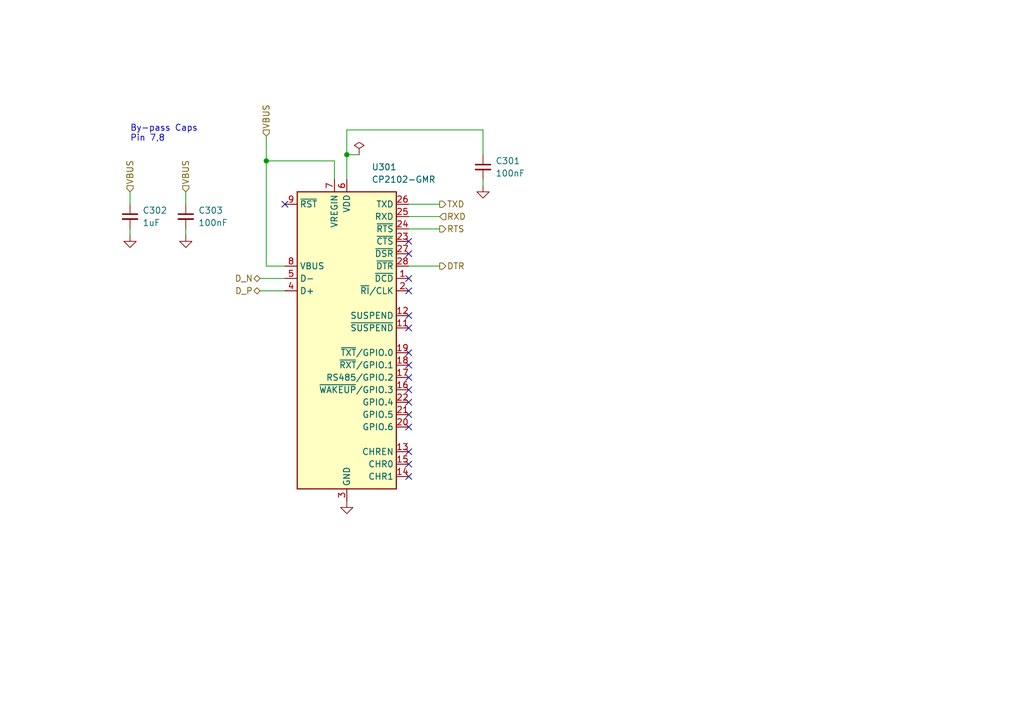
<source format=kicad_sch>
(kicad_sch (version 20230121) (generator eeschema)
  (paper "A5")
  (title_block (title "CP2102 USB to UART") (date "2023-04-16") (rev "A") (company "Butler Electronics"))
  (lib_symbols
    (symbol "Device:C_Small" (pin_numbers hide) (pin_names (offset 0.254) hide)
      (property "Reference" "C" (at 0.254 1.778 0))
      (property "Value" "C_Small" (at 0.254 -2.032 0))
      (symbol "C_Small_0_1"
        (polyline (pts (xy -1.524 -0.508) (xy 1.524 -0.508)) (stroke (width 0.3302)))
        (polyline (pts (xy -1.524 0.508) (xy 1.524 0.508)) (stroke (width 0.3048)))
      )
      (symbol "C_Small_1_1"
        (pin passive line (at 0 2.54 270) (length 2.032) (name "~") (number "1"))
        (pin passive line (at 0 -2.54 90) (length 2.032) (name "~") (number "2"))
      )
    )
    (symbol "Interface_USB:CP2102N-Axx-xQFN28"
      (property "Reference" "U" (at -8.89 31.75 0))
      (property "Value" "CP2102N-Axx-xQFN28" (at 12.7 31.75 0))
      (symbol "CP2102N-Axx-xQFN28_0_1"
        (rectangle (start -10.16 30.48) (end 10.16 -30.48) (stroke (width 0.254)) (fill (type background)))
      )
      (symbol "CP2102N-Axx-xQFN28_1_1"
        (pin input line (at 12.7 12.7 180) (length 2.54) (name "~{DCD}") (number "1"))
        (pin no_connect line (at -10.16 -27.94 0) (length 2.54) hide (name "NC") (number "10"))
        (pin output line (at 12.7 2.54 180) (length 2.54) (name "~{SUSPEND}") (number "11"))
        (pin output line (at 12.7 5.08 180) (length 2.54) (name "SUSPEND") (number "12"))
        (pin output line (at 12.7 -22.86 180) (length 2.54) (name "CHREN") (number "13"))
        (pin output line (at 12.7 -27.94 180) (length 2.54) (name "CHR1") (number "14"))
        (pin output line (at 12.7 -25.4 180) (length 2.54) (name "CHR0") (number "15"))
        (pin bidirectional line (at 12.7 -10.16 180) (length 2.54) (name "~{WAKEUP}/GPIO.3") (number "16"))
        (pin bidirectional line (at 12.7 -7.62 180) (length 2.54) (name "RS485/GPIO.2") (number "17"))
        (pin bidirectional line (at 12.7 -5.08 180) (length 2.54) (name "~{RXT}/GPIO.1") (number "18"))
        (pin bidirectional line (at 12.7 -2.54 180) (length 2.54) (name "~{TXT}/GPIO.0") (number "19"))
        (pin bidirectional line (at 12.7 10.16 180) (length 2.54) (name "~{RI}/CLK") (number "2"))
        (pin bidirectional line (at 12.7 -17.78 180) (length 2.54) (name "GPIO.6") (number "20"))
        (pin bidirectional line (at 12.7 -15.24 180) (length 2.54) (name "GPIO.5") (number "21"))
        (pin bidirectional line (at 12.7 -12.7 180) (length 2.54) (name "GPIO.4") (number "22"))
        (pin input line (at 12.7 20.32 180) (length 2.54) (name "~{CTS}") (number "23"))
        (pin output line (at 12.7 22.86 180) (length 2.54) (name "~{RTS}") (number "24"))
        (pin input line (at 12.7 25.4 180) (length 2.54) (name "RXD") (number "25"))
        (pin output line (at 12.7 27.94 180) (length 2.54) (name "TXD") (number "26"))
        (pin input line (at 12.7 17.78 180) (length 2.54) (name "~{DSR}") (number "27"))
        (pin output line (at 12.7 15.24 180) (length 2.54) (name "~{DTR}") (number "28"))
        (pin passive line (at 0 -33.02 90) (length 2.54) hide (name "GND") (number "29"))
        (pin power_in line (at 0 -33.02 90) (length 2.54) (name "GND") (number "3"))
        (pin bidirectional line (at -12.7 10.16 0) (length 2.54) (name "D+") (number "4"))
        (pin bidirectional line (at -12.7 12.7 0) (length 2.54) (name "D-") (number "5"))
        (pin power_in line (at 0 33.02 270) (length 2.54) (name "VDD") (number "6"))
        (pin power_in line (at -2.54 33.02 270) (length 2.54) (name "VREGIN") (number "7"))
        (pin input line (at -12.7 15.24 0) (length 2.54) (name "VBUS") (number "8"))
        (pin input line (at -12.7 27.94 0) (length 2.54) (name "~{RST}") (number "9"))
      )
    )
    (symbol "power:GND" (power) (pin_names (offset 0))
      (property "Value" "GND" (at 0 -3.81 0))
      (symbol "GND_0_1"
        (polyline (pts (xy 0 0) (xy 0 -1.27) (xy 1.27 -1.27) (xy 0 -2.54) (xy -1.27 -1.27) (xy 0 -1.27)))
      )
      (symbol "GND_1_1"
        (pin power_in line (at 0 0 270) (length 0) hide (name "GND") (number "1"))
      )
    )
    (symbol "power:PWR_FLAG" (power) (pin_numbers hide) (pin_names (offset 0) hide)
      (property "Value" "PWR_FLAG" (at 0 3.81 0))
      (symbol "PWR_FLAG_0_0"
        (pin power_out line (at 0 0 90) (length 0) (name "pwr") (number "1"))
      )
      (symbol "PWR_FLAG_0_1"
        (polyline (pts (xy 0 0) (xy 0 1.27) (xy -1.016 1.905) (xy 0 2.54) (xy 1.016 1.905) (xy 0 1.27)))
      )
    )
  )
  (junction (at 71.12 31.75))
  (junction (at 54.61 33.02))
  (no_connect (at 83.82 77.47))
  (no_connect (at 83.82 64.77))
  (no_connect (at 83.82 82.55))
  (no_connect (at 83.82 59.69))
  (no_connect (at 83.82 95.25))
  (no_connect (at 83.82 57.15))
  (no_connect (at 83.82 92.71))
  (no_connect (at 83.82 52.07))
  (no_connect (at 83.82 74.93))
  (no_connect (at 83.82 67.31))
  (no_connect (at 83.82 72.39))
  (no_connect (at 83.82 80.01))
  (no_connect (at 83.82 49.53))
  (no_connect (at 83.82 97.79))
  (no_connect (at 58.42 41.91))
  (no_connect (at 83.82 85.09))
  (no_connect (at 83.82 87.63))
  (wire (pts (xy 38.1 39.37) (xy 38.1 41.91)))
  (wire (pts (xy 71.12 26.67) (xy 71.12 31.75)))
  (wire (pts (xy 38.1 46.99) (xy 38.1 48.26)))
  (wire (pts (xy 68.58 36.83) (xy 68.58 33.02)))
  (wire (pts (xy 83.82 41.91) (xy 90.17 41.91)))
  (wire (pts (xy 99.06 26.67) (xy 71.12 26.67)))
  (wire (pts (xy 71.12 31.75) (xy 73.66 31.75)))
  (wire (pts (xy 54.61 27.94) (xy 54.61 33.02)))
  (wire (pts (xy 99.06 26.67) (xy 99.06 31.75)))
  (wire (pts (xy 71.12 31.75) (xy 71.12 36.83)))
  (wire (pts (xy 26.67 46.99) (xy 26.67 48.26)))
  (wire (pts (xy 83.82 54.61) (xy 90.17 54.61)))
  (wire (pts (xy 83.82 44.45) (xy 90.17 44.45)))
  (wire (pts (xy 26.67 39.37) (xy 26.67 41.91)))
  (wire (pts (xy 53.34 57.15) (xy 58.42 57.15)))
  (wire (pts (xy 99.06 36.83) (xy 99.06 38.1)))
  (wire (pts (xy 54.61 33.02) (xy 54.61 54.61)))
  (wire (pts (xy 54.61 54.61) (xy 58.42 54.61)))
  (wire (pts (xy 53.34 59.69) (xy 58.42 59.69)))
  (wire (pts (xy 68.58 33.02) (xy 54.61 33.02)))
  (wire (pts (xy 83.82 46.99) (xy 90.17 46.99)))
  (text "By-pass Caps\nPin 7,8" (at 26.67 29.21 0) (effects (font (size 1.27 1.27)) (justify left bottom)))
  (hierarchical_label "D_P" (shape bidirectional) (at 53.34 59.69 180))
  (hierarchical_label "DTR" (shape output) (at 90.17 54.61 0))
  (hierarchical_label "VBUS" (shape input) (at 54.61 27.94 90))
  (hierarchical_label "VBUS" (shape input) (at 26.67 39.37 90))
  (hierarchical_label "RTS" (shape output) (at 90.17 46.99 0))
  (hierarchical_label "RXD" (shape input) (at 90.17 44.45 0))
  (hierarchical_label "VBUS" (shape input) (at 38.1 39.37 90))
  (hierarchical_label "TXD" (shape output) (at 90.17 41.91 0))
  (hierarchical_label "D_N" (shape bidirectional) (at 53.34 57.15 180))
  (symbol (lib_id "Interface_USB:CP2102N-Axx-xQFN28") (at 71.12 69.85 0) (unit 1)
    (property "Reference" "U301" (at 76.2 34.29 0) (effects (justify left)))
    (property "Value" "CP2102-GMR" (at 76.2 36.83 0) (effects (justify left)))
    (property "Footprint" "Package_DFN_QFN:QFN-28-1EP_5x5mm_P0.5mm_EP3.35x3.35mm" (effects hide))
    (property "Datasheet" "https://www.silabs.com/documents/public/data-sheets/cp2102n-datasheet.pdf" (effects hide))
    (property "LCSC" "C6568" (effects hide))
    (instances (project "arudino-clone" (path "" (reference "U301") (unit 1))) (project "esp32-programmer" (path "" (reference "U3") (unit 1))))
  )
  (symbol (lib_id "Device:C_Small") (at 38.1 44.45 0) (unit 1)
    (property "Reference" "C303" (at 40.64 43.1862 0) (effects (justify left)))
    (property "Value" "100nF" (at 40.64 45.7262 0) (effects (justify left)))
    (property "Footprint" "Capacitor_SMD:C_0603_1608Metric" (effects hide))
    (property "LCSC" "C14663" (effects hide))
    (instances (project "arudino-clone" (path "" (reference "C303") (unit 1))) (project "esp32-programmer" (path "" (reference "C5") (unit 1))))
  )
  (symbol (lib_id "power:PWR_FLAG") (at 73.66 31.75 0) (unit 1)
    (property "Reference" "#FLG0301" (effects hide))
    (property "Value" "PWR_FLAG" (effects hide))
    (instances (project "arudino-clone" (path "" (reference "#FLG0301") (unit 1))) (project "esp32-programmer" (path "" (reference "#FLG01") (unit 1))))
  )
  (symbol (lib_id "power:GND") (at 71.12 102.87 0) (unit 1)
    (property "Reference" "#PWR0304" (effects hide))
    (property "Value" "GND" (effects hide))
    (instances (project "arudino-clone" (path "" (reference "#PWR0304") (unit 1))) (project "esp32-programmer" (path "" (reference "#PWR017") (unit 1))))
  )
  (symbol (lib_id "power:GND") (at 38.1 48.26 0) (unit 1)
    (property "Reference" "#PWR0303" (effects hide))
    (property "Value" "GND" (effects hide))
    (instances (project "arudino-clone" (path "" (reference "#PWR0303") (unit 1))) (project "esp32-programmer" (path "" (reference "#PWR016") (unit 1))))
  )
  (symbol (lib_id "Device:C_Small") (at 26.67 44.45 0) (unit 1)
    (property "Reference" "C302" (at 29.21 43.1862 0) (effects (justify left)))
    (property "Value" "1uF" (at 29.21 45.7262 0) (effects (justify left)))
    (property "Footprint" "Capacitor_SMD:C_0603_1608Metric" (effects hide))
    (property "LCSC" "C15849" (effects hide))
    (instances (project "arudino-clone" (path "" (reference "C302") (unit 1))) (project "esp32-programmer" (path "" (reference "C4") (unit 1))))
  )
  (symbol (lib_id "power:GND") (at 26.67 48.26 0) (unit 1)
    (property "Reference" "#PWR0302" (effects hide))
    (property "Value" "GND" (effects hide))
    (instances (project "arudino-clone" (path "" (reference "#PWR0302") (unit 1))) (project "esp32-programmer" (path "" (reference "#PWR015") (unit 1))))
  )
  (symbol (lib_id "power:GND") (at 99.06 38.1 0) (unit 1)
    (property "Reference" "#PWR0301" (effects hide))
    (property "Value" "GND" (effects hide))
    (instances (project "arudino-clone" (path "" (reference "#PWR0301") (unit 1))) (project "esp32-programmer" (path "" (reference "#PWR018") (unit 1))))
  )
  (symbol (lib_id "Device:C_Small") (at 99.06 34.29 0) (unit 1)
    (property "Reference" "C301" (at 101.6 33.0262 0) (effects (justify left)))
    (property "Value" "100nF" (at 101.6 35.5662 0) (effects (justify left)))
    (property "Footprint" "Capacitor_SMD:C_0603_1608Metric" (effects hide))
    (property "LCSC" "C14663" (effects hide))
    (instances (project "arudino-clone" (path "" (reference "C301") (unit 1))) (project "esp32-programmer" (path "" (reference "C6") (unit 1))))
  )
)
</source>
